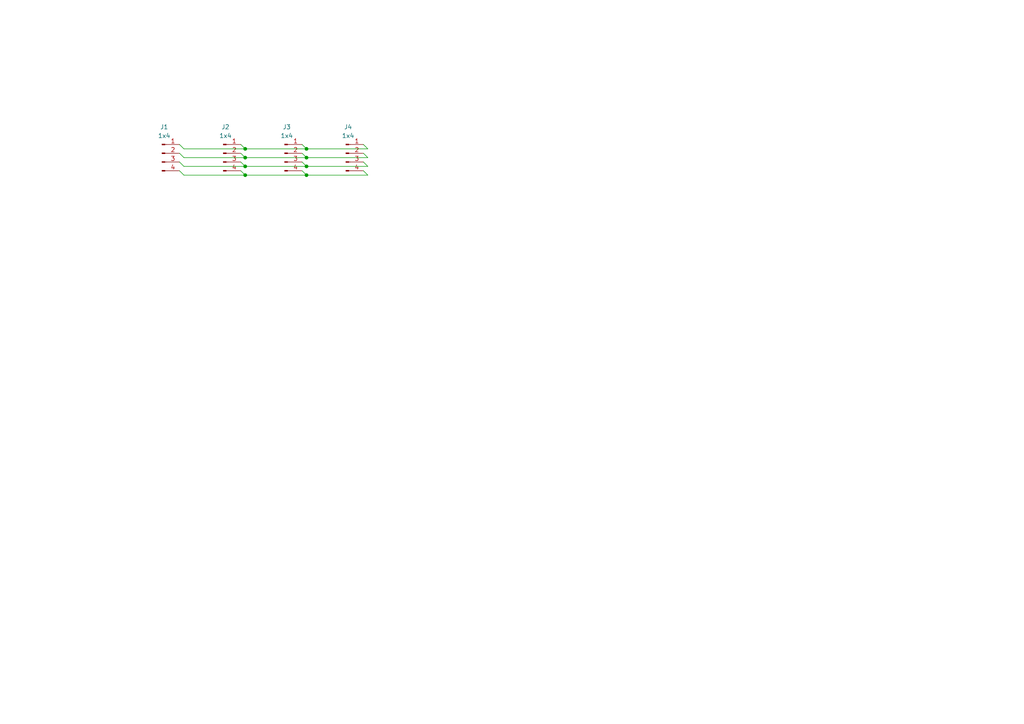
<source format=kicad_sch>
(kicad_sch
	(version 20250114)
	(generator "eeschema")
	(generator_version "9.0")
	(uuid "252ddb10-185f-4bb2-8408-c15fda53ce38")
	(paper "A4")
	(lib_symbols
		(symbol "Connector:Conn_01x04_Pin"
			(pin_names
				(offset 1.016)
				(hide yes)
			)
			(exclude_from_sim no)
			(in_bom yes)
			(on_board yes)
			(property "Reference" "J"
				(at 0 5.08 0)
				(effects
					(font
						(size 1.27 1.27)
					)
				)
			)
			(property "Value" "Conn_01x04_Pin"
				(at 0 -7.62 0)
				(effects
					(font
						(size 1.27 1.27)
					)
				)
			)
			(property "Footprint" ""
				(at 0 0 0)
				(effects
					(font
						(size 1.27 1.27)
					)
					(hide yes)
				)
			)
			(property "Datasheet" "~"
				(at 0 0 0)
				(effects
					(font
						(size 1.27 1.27)
					)
					(hide yes)
				)
			)
			(property "Description" "Generic connector, single row, 01x04, script generated"
				(at 0 0 0)
				(effects
					(font
						(size 1.27 1.27)
					)
					(hide yes)
				)
			)
			(property "ki_locked" ""
				(at 0 0 0)
				(effects
					(font
						(size 1.27 1.27)
					)
				)
			)
			(property "ki_keywords" "connector"
				(at 0 0 0)
				(effects
					(font
						(size 1.27 1.27)
					)
					(hide yes)
				)
			)
			(property "ki_fp_filters" "Connector*:*_1x??_*"
				(at 0 0 0)
				(effects
					(font
						(size 1.27 1.27)
					)
					(hide yes)
				)
			)
			(symbol "Conn_01x04_Pin_1_1"
				(rectangle
					(start 0.8636 2.667)
					(end 0 2.413)
					(stroke
						(width 0.1524)
						(type default)
					)
					(fill
						(type outline)
					)
				)
				(rectangle
					(start 0.8636 0.127)
					(end 0 -0.127)
					(stroke
						(width 0.1524)
						(type default)
					)
					(fill
						(type outline)
					)
				)
				(rectangle
					(start 0.8636 -2.413)
					(end 0 -2.667)
					(stroke
						(width 0.1524)
						(type default)
					)
					(fill
						(type outline)
					)
				)
				(rectangle
					(start 0.8636 -4.953)
					(end 0 -5.207)
					(stroke
						(width 0.1524)
						(type default)
					)
					(fill
						(type outline)
					)
				)
				(polyline
					(pts
						(xy 1.27 2.54) (xy 0.8636 2.54)
					)
					(stroke
						(width 0.1524)
						(type default)
					)
					(fill
						(type none)
					)
				)
				(polyline
					(pts
						(xy 1.27 0) (xy 0.8636 0)
					)
					(stroke
						(width 0.1524)
						(type default)
					)
					(fill
						(type none)
					)
				)
				(polyline
					(pts
						(xy 1.27 -2.54) (xy 0.8636 -2.54)
					)
					(stroke
						(width 0.1524)
						(type default)
					)
					(fill
						(type none)
					)
				)
				(polyline
					(pts
						(xy 1.27 -5.08) (xy 0.8636 -5.08)
					)
					(stroke
						(width 0.1524)
						(type default)
					)
					(fill
						(type none)
					)
				)
				(pin passive line
					(at 5.08 2.54 180)
					(length 3.81)
					(name "Pin_1"
						(effects
							(font
								(size 1.27 1.27)
							)
						)
					)
					(number "1"
						(effects
							(font
								(size 1.27 1.27)
							)
						)
					)
				)
				(pin passive line
					(at 5.08 0 180)
					(length 3.81)
					(name "Pin_2"
						(effects
							(font
								(size 1.27 1.27)
							)
						)
					)
					(number "2"
						(effects
							(font
								(size 1.27 1.27)
							)
						)
					)
				)
				(pin passive line
					(at 5.08 -2.54 180)
					(length 3.81)
					(name "Pin_3"
						(effects
							(font
								(size 1.27 1.27)
							)
						)
					)
					(number "3"
						(effects
							(font
								(size 1.27 1.27)
							)
						)
					)
				)
				(pin passive line
					(at 5.08 -5.08 180)
					(length 3.81)
					(name "Pin_4"
						(effects
							(font
								(size 1.27 1.27)
							)
						)
					)
					(number "4"
						(effects
							(font
								(size 1.27 1.27)
							)
						)
					)
				)
			)
			(embedded_fonts no)
		)
	)
	(junction
		(at 88.9 45.72)
		(diameter 0)
		(color 0 0 0 0)
		(uuid "1c5a4a05-ea56-4eab-a7d4-9795ce38963c")
	)
	(junction
		(at 88.9 48.26)
		(diameter 0)
		(color 0 0 0 0)
		(uuid "28c629fd-a89d-4066-b361-becce1d8e171")
	)
	(junction
		(at 71.12 50.8)
		(diameter 0)
		(color 0 0 0 0)
		(uuid "30a779e5-4a47-4f69-bf37-1ff4b61f5830")
	)
	(junction
		(at 88.9 43.18)
		(diameter 0)
		(color 0 0 0 0)
		(uuid "3245d740-01b9-40fc-a4b2-2a7e31d1f6d7")
	)
	(junction
		(at 71.12 43.18)
		(diameter 0)
		(color 0 0 0 0)
		(uuid "35f42021-5a36-4c7b-8853-d54e4292e73a")
	)
	(junction
		(at 71.12 45.72)
		(diameter 0)
		(color 0 0 0 0)
		(uuid "3635b800-4775-42b0-a931-3d7eb34e8bb7")
	)
	(junction
		(at 71.12 48.26)
		(diameter 0)
		(color 0 0 0 0)
		(uuid "e9d1f9e1-4e7a-4eda-9f36-55ccfd49eaf9")
	)
	(junction
		(at 88.9 50.8)
		(diameter 0)
		(color 0 0 0 0)
		(uuid "f6d3223e-4aed-452e-85b5-e264e5db2bd5")
	)
	(wire
		(pts
			(xy 71.12 43.18) (xy 88.9 43.18)
		)
		(stroke
			(width 0)
			(type default)
		)
		(uuid "0bd14df8-0578-40b0-b186-5ec9590f858f")
	)
	(wire
		(pts
			(xy 71.12 50.8) (xy 88.9 50.8)
		)
		(stroke
			(width 0)
			(type default)
		)
		(uuid "1050d303-2744-4efd-ad1a-b2e8311474b2")
	)
	(wire
		(pts
			(xy 69.85 41.91) (xy 71.12 43.18)
		)
		(stroke
			(width 0)
			(type default)
		)
		(uuid "12d3125d-1b23-4c0a-bcfd-4642693810cd")
	)
	(wire
		(pts
			(xy 106.68 50.8) (xy 105.41 49.53)
		)
		(stroke
			(width 0)
			(type default)
		)
		(uuid "179ee446-6057-41c8-a5be-4a016fd631bb")
	)
	(wire
		(pts
			(xy 69.85 46.99) (xy 71.12 48.26)
		)
		(stroke
			(width 0)
			(type default)
		)
		(uuid "1da0ba05-06e8-4366-8006-c7859480d6b1")
	)
	(wire
		(pts
			(xy 69.85 49.53) (xy 71.12 50.8)
		)
		(stroke
			(width 0)
			(type default)
		)
		(uuid "39357ccc-874d-422d-90aa-e339afd1c77c")
	)
	(wire
		(pts
			(xy 69.85 44.45) (xy 71.12 45.72)
		)
		(stroke
			(width 0)
			(type default)
		)
		(uuid "48941256-27df-461c-9f91-e38f9c0d4b1c")
	)
	(wire
		(pts
			(xy 53.34 43.18) (xy 71.12 43.18)
		)
		(stroke
			(width 0)
			(type default)
		)
		(uuid "4ac34f7f-6b6f-49f1-a20d-42b22678ba71")
	)
	(wire
		(pts
			(xy 88.9 48.26) (xy 106.68 48.26)
		)
		(stroke
			(width 0)
			(type default)
		)
		(uuid "53526bf8-a3ec-476a-8d2e-7b3ba9449e3f")
	)
	(wire
		(pts
			(xy 87.63 44.45) (xy 88.9 45.72)
		)
		(stroke
			(width 0)
			(type default)
		)
		(uuid "5a5beb15-4ac0-4c60-a22b-4c2644deedfc")
	)
	(wire
		(pts
			(xy 52.07 46.99) (xy 53.34 48.26)
		)
		(stroke
			(width 0)
			(type default)
		)
		(uuid "5d815aa9-4882-4849-a943-b01e2c9ad400")
	)
	(wire
		(pts
			(xy 88.9 45.72) (xy 106.68 45.72)
		)
		(stroke
			(width 0)
			(type default)
		)
		(uuid "71b8e093-1433-4a06-83d6-1fa6cf785854")
	)
	(wire
		(pts
			(xy 53.34 50.8) (xy 71.12 50.8)
		)
		(stroke
			(width 0)
			(type default)
		)
		(uuid "7e0401b6-c330-49c5-bea0-435edb0ec80d")
	)
	(wire
		(pts
			(xy 53.34 45.72) (xy 71.12 45.72)
		)
		(stroke
			(width 0)
			(type default)
		)
		(uuid "8d836066-795a-4578-afaa-ca3ba089c6c2")
	)
	(wire
		(pts
			(xy 88.9 50.8) (xy 106.68 50.8)
		)
		(stroke
			(width 0)
			(type default)
		)
		(uuid "8eeedf36-bce2-46b5-bfcb-a2c9e23cb3a5")
	)
	(wire
		(pts
			(xy 106.68 48.26) (xy 105.41 46.99)
		)
		(stroke
			(width 0)
			(type default)
		)
		(uuid "a5f1db96-f501-402d-8952-cd20e50630c3")
	)
	(wire
		(pts
			(xy 87.63 49.53) (xy 88.9 50.8)
		)
		(stroke
			(width 0)
			(type default)
		)
		(uuid "af1caebf-84e1-4304-a0eb-c3c2a9d870b8")
	)
	(wire
		(pts
			(xy 71.12 48.26) (xy 88.9 48.26)
		)
		(stroke
			(width 0)
			(type default)
		)
		(uuid "bbcda78c-791a-4218-bd5c-66e8e1140eff")
	)
	(wire
		(pts
			(xy 106.68 43.18) (xy 105.41 41.91)
		)
		(stroke
			(width 0)
			(type default)
		)
		(uuid "d28d8d89-98ed-41c1-9fe6-0f3fd936fb80")
	)
	(wire
		(pts
			(xy 87.63 46.99) (xy 88.9 48.26)
		)
		(stroke
			(width 0)
			(type default)
		)
		(uuid "d91292b2-1dbf-429b-b8b7-0f45a52f5977")
	)
	(wire
		(pts
			(xy 88.9 43.18) (xy 106.68 43.18)
		)
		(stroke
			(width 0)
			(type default)
		)
		(uuid "df24be8c-4c8c-4a85-a2ec-4bb61bb54a41")
	)
	(wire
		(pts
			(xy 106.68 45.72) (xy 105.41 44.45)
		)
		(stroke
			(width 0)
			(type default)
		)
		(uuid "e4be01f2-4ffc-4b31-9fb2-989e20f1998c")
	)
	(wire
		(pts
			(xy 53.34 48.26) (xy 71.12 48.26)
		)
		(stroke
			(width 0)
			(type default)
		)
		(uuid "e8db83f9-60c2-4332-946f-0a53e4a31de7")
	)
	(wire
		(pts
			(xy 52.07 49.53) (xy 53.34 50.8)
		)
		(stroke
			(width 0)
			(type default)
		)
		(uuid "ed8b00a4-204f-4cd4-83b1-f67ed51a33b9")
	)
	(wire
		(pts
			(xy 52.07 41.91) (xy 53.34 43.18)
		)
		(stroke
			(width 0)
			(type default)
		)
		(uuid "f4e1e031-1644-44d9-a0aa-a70fe0a0ecd0")
	)
	(wire
		(pts
			(xy 71.12 45.72) (xy 88.9 45.72)
		)
		(stroke
			(width 0)
			(type default)
		)
		(uuid "f64dc573-69b3-4c3d-a1e0-627813300801")
	)
	(wire
		(pts
			(xy 87.63 41.91) (xy 88.9 43.18)
		)
		(stroke
			(width 0)
			(type default)
		)
		(uuid "f9066fcc-1c10-4aa0-bb9b-b34ff37a3040")
	)
	(wire
		(pts
			(xy 52.07 44.45) (xy 53.34 45.72)
		)
		(stroke
			(width 0)
			(type default)
		)
		(uuid "f9e66937-dd5a-42f5-acb0-3ec2bcde9dc2")
	)
	(symbol
		(lib_id "Connector:Conn_01x04_Pin")
		(at 82.55 44.45 0)
		(unit 1)
		(exclude_from_sim no)
		(in_bom yes)
		(on_board yes)
		(dnp no)
		(fields_autoplaced yes)
		(uuid "24d8cf74-985c-49d4-98d4-3d038de797c0")
		(property "Reference" "J3"
			(at 83.185 36.83 0)
			(effects
				(font
					(size 1.27 1.27)
				)
			)
		)
		(property "Value" "1x4"
			(at 83.185 39.37 0)
			(effects
				(font
					(size 1.27 1.27)
				)
			)
		)
		(property "Footprint" "Connector_PinHeader_2.54mm:PinHeader_1x04_P2.54mm_Vertical"
			(at 82.55 44.45 0)
			(effects
				(font
					(size 1.27 1.27)
				)
				(hide yes)
			)
		)
		(property "Datasheet" "~"
			(at 82.55 44.45 0)
			(effects
				(font
					(size 1.27 1.27)
				)
				(hide yes)
			)
		)
		(property "Description" "Generic connector, single row, 01x04, script generated"
			(at 82.55 44.45 0)
			(effects
				(font
					(size 1.27 1.27)
				)
				(hide yes)
			)
		)
		(pin "2"
			(uuid "e387ca17-95f5-428e-9b17-7f6ff0f8b7d2")
		)
		(pin "4"
			(uuid "9dff7073-e29a-40b9-8b7d-5a037781732f")
		)
		(pin "3"
			(uuid "22cead7f-b157-437c-a53f-38be8f677325")
		)
		(pin "1"
			(uuid "095dbcea-88e7-4dd6-a37d-bef027871d95")
		)
		(instances
			(project ""
				(path "/252ddb10-185f-4bb2-8408-c15fda53ce38"
					(reference "J3")
					(unit 1)
				)
			)
		)
	)
	(symbol
		(lib_id "Connector:Conn_01x04_Pin")
		(at 46.99 44.45 0)
		(unit 1)
		(exclude_from_sim no)
		(in_bom yes)
		(on_board yes)
		(dnp no)
		(fields_autoplaced yes)
		(uuid "532cd729-67b0-4315-a401-30a3bd5e8a2d")
		(property "Reference" "J1"
			(at 47.625 36.83 0)
			(effects
				(font
					(size 1.27 1.27)
				)
			)
		)
		(property "Value" "1x4"
			(at 47.625 39.37 0)
			(effects
				(font
					(size 1.27 1.27)
				)
			)
		)
		(property "Footprint" "Connector_PinHeader_2.54mm:PinHeader_1x04_P2.54mm_Vertical"
			(at 46.99 44.45 0)
			(effects
				(font
					(size 1.27 1.27)
				)
				(hide yes)
			)
		)
		(property "Datasheet" "~"
			(at 46.99 44.45 0)
			(effects
				(font
					(size 1.27 1.27)
				)
				(hide yes)
			)
		)
		(property "Description" "Generic connector, single row, 01x04, script generated"
			(at 46.99 44.45 0)
			(effects
				(font
					(size 1.27 1.27)
				)
				(hide yes)
			)
		)
		(pin "1"
			(uuid "9c177538-2bf9-4094-8c5a-722f432ecdf4")
		)
		(pin "3"
			(uuid "1a481d1a-6eed-45c9-a1a3-b4a30038b333")
		)
		(pin "4"
			(uuid "6a99f00d-f5ea-4ab0-aa47-4d46ddc88676")
		)
		(pin "2"
			(uuid "ddf5c3ac-8f68-4d34-a9ba-9a5b5d6ce5c3")
		)
		(instances
			(project ""
				(path "/252ddb10-185f-4bb2-8408-c15fda53ce38"
					(reference "J1")
					(unit 1)
				)
			)
		)
	)
	(symbol
		(lib_id "Connector:Conn_01x04_Pin")
		(at 64.77 44.45 0)
		(unit 1)
		(exclude_from_sim no)
		(in_bom yes)
		(on_board yes)
		(dnp no)
		(fields_autoplaced yes)
		(uuid "c84d6b49-8ccb-4067-aec3-e1cbf116d310")
		(property "Reference" "J2"
			(at 65.405 36.83 0)
			(effects
				(font
					(size 1.27 1.27)
				)
			)
		)
		(property "Value" "1x4"
			(at 65.405 39.37 0)
			(effects
				(font
					(size 1.27 1.27)
				)
			)
		)
		(property "Footprint" "Connector_PinHeader_2.54mm:PinHeader_1x04_P2.54mm_Vertical"
			(at 64.77 44.45 0)
			(effects
				(font
					(size 1.27 1.27)
				)
				(hide yes)
			)
		)
		(property "Datasheet" "~"
			(at 64.77 44.45 0)
			(effects
				(font
					(size 1.27 1.27)
				)
				(hide yes)
			)
		)
		(property "Description" "Generic connector, single row, 01x04, script generated"
			(at 64.77 44.45 0)
			(effects
				(font
					(size 1.27 1.27)
				)
				(hide yes)
			)
		)
		(pin "3"
			(uuid "8800a126-6e0b-4165-8f87-ccba570ceb3a")
		)
		(pin "1"
			(uuid "10a2a1b5-5087-4d93-bdb3-8952b3b639ae")
		)
		(pin "2"
			(uuid "6c25eb38-2118-4537-bb3b-c2e163d5debc")
		)
		(pin "4"
			(uuid "651a9382-675a-4bab-92fb-b70c975cb7ab")
		)
		(instances
			(project ""
				(path "/252ddb10-185f-4bb2-8408-c15fda53ce38"
					(reference "J2")
					(unit 1)
				)
			)
		)
	)
	(symbol
		(lib_id "Connector:Conn_01x04_Pin")
		(at 100.33 44.45 0)
		(unit 1)
		(exclude_from_sim no)
		(in_bom yes)
		(on_board yes)
		(dnp no)
		(fields_autoplaced yes)
		(uuid "e611123e-ced3-41ed-99cc-444eb8e7d968")
		(property "Reference" "J4"
			(at 100.965 36.83 0)
			(effects
				(font
					(size 1.27 1.27)
				)
			)
		)
		(property "Value" "1x4"
			(at 100.965 39.37 0)
			(effects
				(font
					(size 1.27 1.27)
				)
			)
		)
		(property "Footprint" "Connector_PinHeader_2.54mm:PinHeader_1x04_P2.54mm_Vertical"
			(at 100.33 44.45 0)
			(effects
				(font
					(size 1.27 1.27)
				)
				(hide yes)
			)
		)
		(property "Datasheet" "~"
			(at 100.33 44.45 0)
			(effects
				(font
					(size 1.27 1.27)
				)
				(hide yes)
			)
		)
		(property "Description" "Generic connector, single row, 01x04, script generated"
			(at 100.33 44.45 0)
			(effects
				(font
					(size 1.27 1.27)
				)
				(hide yes)
			)
		)
		(pin "2"
			(uuid "a581e4fe-5d89-41a2-a341-6dd40db5a46c")
		)
		(pin "4"
			(uuid "e4570f71-8e87-44ba-9ced-c5ad57487645")
		)
		(pin "3"
			(uuid "73f6464f-4841-44e8-bf75-c5fa4edb3b32")
		)
		(pin "1"
			(uuid "eadc950d-d97d-4af0-b847-aa1a6ca06160")
		)
		(instances
			(project ""
				(path "/252ddb10-185f-4bb2-8408-c15fda53ce38"
					(reference "J4")
					(unit 1)
				)
			)
		)
	)
	(sheet_instances
		(path "/"
			(page "1")
		)
	)
	(embedded_fonts no)
)

</source>
